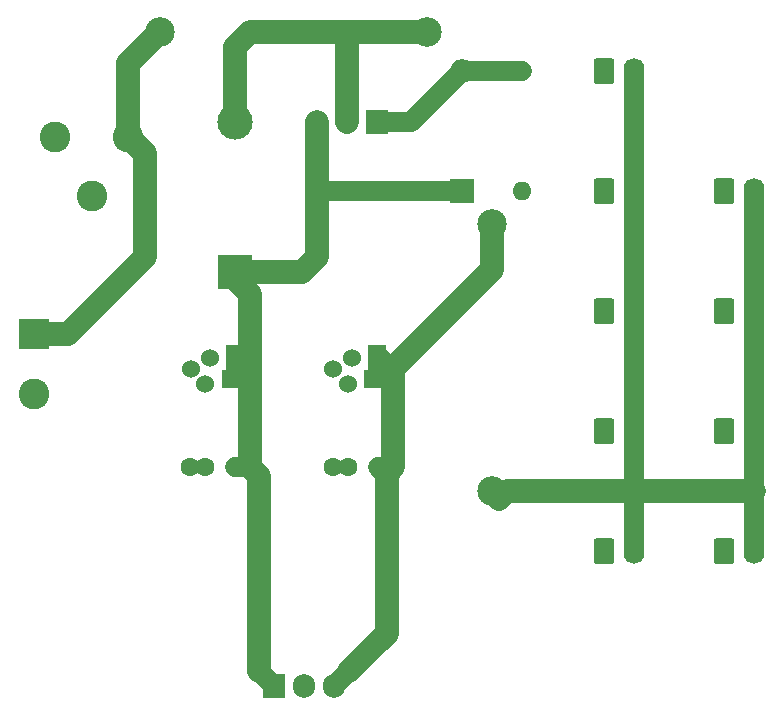
<source format=gbr>
G04 #@! TF.GenerationSoftware,KiCad,Pcbnew,(5.1.7)-1*
G04 #@! TF.CreationDate,2020-12-28T01:12:10+01:00*
G04 #@! TF.ProjectId,power,706f7765-722e-46b6-9963-61645f706362,rev?*
G04 #@! TF.SameCoordinates,Original*
G04 #@! TF.FileFunction,Copper,L1,Top*
G04 #@! TF.FilePolarity,Positive*
%FSLAX46Y46*%
G04 Gerber Fmt 4.6, Leading zero omitted, Abs format (unit mm)*
G04 Created by KiCad (PCBNEW (5.1.7)-1) date 2020-12-28 01:12:10*
%MOMM*%
%LPD*%
G01*
G04 APERTURE LIST*
G04 #@! TA.AperFunction,ComponentPad*
%ADD10O,1.740000X2.190000*%
G04 #@! TD*
G04 #@! TA.AperFunction,ComponentPad*
%ADD11C,1.524000*%
G04 #@! TD*
G04 #@! TA.AperFunction,ComponentPad*
%ADD12R,1.524000X1.524000*%
G04 #@! TD*
G04 #@! TA.AperFunction,ComponentPad*
%ADD13C,2.500000*%
G04 #@! TD*
G04 #@! TA.AperFunction,ComponentPad*
%ADD14O,3.000000X3.000000*%
G04 #@! TD*
G04 #@! TA.AperFunction,ComponentPad*
%ADD15R,3.000000X3.000000*%
G04 #@! TD*
G04 #@! TA.AperFunction,ComponentPad*
%ADD16O,2.000000X2.000000*%
G04 #@! TD*
G04 #@! TA.AperFunction,ComponentPad*
%ADD17R,2.000000X2.000000*%
G04 #@! TD*
G04 #@! TA.AperFunction,ComponentPad*
%ADD18O,1.905000X2.000000*%
G04 #@! TD*
G04 #@! TA.AperFunction,ComponentPad*
%ADD19R,1.905000X2.000000*%
G04 #@! TD*
G04 #@! TA.AperFunction,ComponentPad*
%ADD20O,1.600000X1.600000*%
G04 #@! TD*
G04 #@! TA.AperFunction,ComponentPad*
%ADD21C,1.600000*%
G04 #@! TD*
G04 #@! TA.AperFunction,ComponentPad*
%ADD22C,2.600000*%
G04 #@! TD*
G04 #@! TA.AperFunction,ComponentPad*
%ADD23R,2.600000X2.600000*%
G04 #@! TD*
G04 #@! TA.AperFunction,Conductor*
%ADD24C,2.000000*%
G04 #@! TD*
G04 #@! TA.AperFunction,Conductor*
%ADD25C,1.700000*%
G04 #@! TD*
G04 #@! TA.AperFunction,Conductor*
%ADD26C,0.250000*%
G04 #@! TD*
G04 #@! TA.AperFunction,Conductor*
%ADD27C,1.500000*%
G04 #@! TD*
G04 APERTURE END LIST*
D10*
X94135000Y-77625000D03*
G04 #@! TA.AperFunction,ComponentPad*
G36*
G01*
X90725000Y-78470001D02*
X90725000Y-76779999D01*
G75*
G02*
X90974999Y-76530000I249999J0D01*
G01*
X92215001Y-76530000D01*
G75*
G02*
X92465000Y-76779999I0J-249999D01*
G01*
X92465000Y-78470001D01*
G75*
G02*
X92215001Y-78720000I-249999J0D01*
G01*
X90974999Y-78720000D01*
G75*
G02*
X90725000Y-78470001I0J249999D01*
G01*
G37*
G04 #@! TD.AperFunction*
D11*
X60109100Y-61313100D03*
D12*
X61876900Y-63080900D03*
D11*
X59756000Y-63434000D03*
D12*
X62230000Y-60960000D03*
D11*
X58493000Y-62197000D03*
D12*
X63493000Y-62197000D03*
D11*
X48044100Y-61313100D03*
D12*
X49811900Y-63080900D03*
D11*
X47691000Y-63434000D03*
D12*
X50165000Y-60960000D03*
D11*
X46428000Y-62197000D03*
D12*
X51428000Y-62197000D03*
D13*
X71910000Y-49945000D03*
X71910000Y-72545000D03*
X43815000Y-33655000D03*
X66415000Y-33655000D03*
D14*
X50165000Y-41275000D03*
D15*
X50165000Y-53975000D03*
D16*
X69370000Y-36985000D03*
D17*
X69370000Y-47145000D03*
D10*
X94135000Y-47145000D03*
G04 #@! TA.AperFunction,ComponentPad*
G36*
G01*
X90725000Y-47990001D02*
X90725000Y-46299999D01*
G75*
G02*
X90974999Y-46050000I249999J0D01*
G01*
X92215001Y-46050000D01*
G75*
G02*
X92465000Y-46299999I0J-249999D01*
G01*
X92465000Y-47990001D01*
G75*
G02*
X92215001Y-48240000I-249999J0D01*
G01*
X90974999Y-48240000D01*
G75*
G02*
X90725000Y-47990001I0J249999D01*
G01*
G37*
G04 #@! TD.AperFunction*
X83975000Y-36985000D03*
G04 #@! TA.AperFunction,ComponentPad*
G36*
G01*
X80565000Y-37830001D02*
X80565000Y-36139999D01*
G75*
G02*
X80814999Y-35890000I249999J0D01*
G01*
X82055001Y-35890000D01*
G75*
G02*
X82305000Y-36139999I0J-249999D01*
G01*
X82305000Y-37830001D01*
G75*
G02*
X82055001Y-38080000I-249999J0D01*
G01*
X80814999Y-38080000D01*
G75*
G02*
X80565000Y-37830001I0J249999D01*
G01*
G37*
G04 #@! TD.AperFunction*
X83975000Y-47145000D03*
G04 #@! TA.AperFunction,ComponentPad*
G36*
G01*
X80565000Y-47990001D02*
X80565000Y-46299999D01*
G75*
G02*
X80814999Y-46050000I249999J0D01*
G01*
X82055001Y-46050000D01*
G75*
G02*
X82305000Y-46299999I0J-249999D01*
G01*
X82305000Y-47990001D01*
G75*
G02*
X82055001Y-48240000I-249999J0D01*
G01*
X80814999Y-48240000D01*
G75*
G02*
X80565000Y-47990001I0J249999D01*
G01*
G37*
G04 #@! TD.AperFunction*
X83975000Y-77625000D03*
G04 #@! TA.AperFunction,ComponentPad*
G36*
G01*
X80565000Y-78470001D02*
X80565000Y-76779999D01*
G75*
G02*
X80814999Y-76530000I249999J0D01*
G01*
X82055001Y-76530000D01*
G75*
G02*
X82305000Y-76779999I0J-249999D01*
G01*
X82305000Y-78470001D01*
G75*
G02*
X82055001Y-78720000I-249999J0D01*
G01*
X80814999Y-78720000D01*
G75*
G02*
X80565000Y-78470001I0J249999D01*
G01*
G37*
G04 #@! TD.AperFunction*
X83975000Y-57305000D03*
G04 #@! TA.AperFunction,ComponentPad*
G36*
G01*
X80565000Y-58150001D02*
X80565000Y-56459999D01*
G75*
G02*
X80814999Y-56210000I249999J0D01*
G01*
X82055001Y-56210000D01*
G75*
G02*
X82305000Y-56459999I0J-249999D01*
G01*
X82305000Y-58150001D01*
G75*
G02*
X82055001Y-58400000I-249999J0D01*
G01*
X80814999Y-58400000D01*
G75*
G02*
X80565000Y-58150001I0J249999D01*
G01*
G37*
G04 #@! TD.AperFunction*
X94135000Y-67465000D03*
G04 #@! TA.AperFunction,ComponentPad*
G36*
G01*
X90725000Y-68310001D02*
X90725000Y-66619999D01*
G75*
G02*
X90974999Y-66370000I249999J0D01*
G01*
X92215001Y-66370000D01*
G75*
G02*
X92465000Y-66619999I0J-249999D01*
G01*
X92465000Y-68310001D01*
G75*
G02*
X92215001Y-68560000I-249999J0D01*
G01*
X90974999Y-68560000D01*
G75*
G02*
X90725000Y-68310001I0J249999D01*
G01*
G37*
G04 #@! TD.AperFunction*
X94135000Y-57305000D03*
G04 #@! TA.AperFunction,ComponentPad*
G36*
G01*
X90725000Y-58150001D02*
X90725000Y-56459999D01*
G75*
G02*
X90974999Y-56210000I249999J0D01*
G01*
X92215001Y-56210000D01*
G75*
G02*
X92465000Y-56459999I0J-249999D01*
G01*
X92465000Y-58150001D01*
G75*
G02*
X92215001Y-58400000I-249999J0D01*
G01*
X90974999Y-58400000D01*
G75*
G02*
X90725000Y-58150001I0J249999D01*
G01*
G37*
G04 #@! TD.AperFunction*
X83975000Y-67465000D03*
G04 #@! TA.AperFunction,ComponentPad*
G36*
G01*
X80565000Y-68310001D02*
X80565000Y-66619999D01*
G75*
G02*
X80814999Y-66370000I249999J0D01*
G01*
X82055001Y-66370000D01*
G75*
G02*
X82305000Y-66619999I0J-249999D01*
G01*
X82305000Y-68310001D01*
G75*
G02*
X82055001Y-68560000I-249999J0D01*
G01*
X80814999Y-68560000D01*
G75*
G02*
X80565000Y-68310001I0J249999D01*
G01*
G37*
G04 #@! TD.AperFunction*
D18*
X58575000Y-89055000D03*
X56035000Y-89055000D03*
D19*
X53495000Y-89055000D03*
D20*
X74450000Y-47145000D03*
D21*
X74450000Y-36985000D03*
D18*
X57150000Y-41275000D03*
X59690000Y-41275000D03*
D19*
X62230000Y-41275000D03*
D22*
X33175000Y-64290000D03*
D23*
X33175000Y-59210000D03*
D22*
X41160000Y-42545000D03*
X38060000Y-47545000D03*
X34960000Y-42545000D03*
D21*
X58460000Y-70485000D03*
X63540000Y-70485000D03*
X59730000Y-70485000D03*
X62270000Y-70485000D03*
X46355000Y-70485000D03*
X51435000Y-70485000D03*
X47625000Y-70485000D03*
X50165000Y-70485000D03*
D24*
X55880000Y-53975000D02*
X50165000Y-53975000D01*
X57150000Y-52705000D02*
X55880000Y-53975000D01*
X57150000Y-52070000D02*
X57150000Y-52705000D01*
D25*
X53495000Y-89055000D02*
X52225000Y-87785000D01*
D24*
X52225000Y-71275000D02*
X51435000Y-70485000D01*
X52225000Y-87785000D02*
X52225000Y-71275000D01*
D25*
X50165000Y-70485000D02*
X51435000Y-70485000D01*
D24*
X50165000Y-53975000D02*
X50165000Y-54610000D01*
X51428000Y-55873000D02*
X51428000Y-62197000D01*
X50165000Y-54610000D02*
X51428000Y-55873000D01*
D26*
X49928000Y-61197000D02*
X50165000Y-60960000D01*
D24*
X51435000Y-62204000D02*
X51428000Y-62197000D01*
X51435000Y-70485000D02*
X51435000Y-62204000D01*
D25*
X57305000Y-47145000D02*
X57150000Y-47300000D01*
X69370000Y-47145000D02*
X57305000Y-47145000D01*
D24*
X57150000Y-47300000D02*
X57150000Y-52070000D01*
X57150000Y-41275000D02*
X57150000Y-47300000D01*
D27*
X50191000Y-60960000D02*
X51428000Y-62197000D01*
X50165000Y-60960000D02*
X50191000Y-60960000D01*
X50695800Y-62197000D02*
X49811900Y-63080900D01*
X51428000Y-62197000D02*
X50695800Y-62197000D01*
X50165000Y-62727800D02*
X49811900Y-63080900D01*
X50165000Y-60960000D02*
X50165000Y-62727800D01*
D25*
X65080000Y-41275000D02*
X69370000Y-36985000D01*
X62230000Y-41275000D02*
X65080000Y-41275000D01*
X74450000Y-36985000D02*
X69370000Y-36985000D01*
X94135000Y-67465000D02*
X94135000Y-57305000D01*
X94135000Y-47145000D02*
X94135000Y-57305000D01*
X83975000Y-72545000D02*
X83975000Y-67465000D01*
X83975000Y-57305000D02*
X83975000Y-67465000D01*
X83975000Y-47145000D02*
X83975000Y-57305000D01*
X83975000Y-47145000D02*
X83975000Y-36985000D01*
X94135000Y-70640000D02*
X94135000Y-67465000D01*
X83975000Y-77625000D02*
X83975000Y-72545000D01*
D24*
X71910000Y-72545000D02*
X72545000Y-73180000D01*
X73180000Y-72545000D02*
X94135000Y-72545000D01*
X72545000Y-73180000D02*
X73180000Y-72545000D01*
D25*
X94135000Y-72545000D02*
X94135000Y-70640000D01*
X94135000Y-77625000D02*
X94135000Y-72545000D01*
D24*
X66415000Y-33655000D02*
X62230000Y-33655000D01*
X62230000Y-33655000D02*
X51435000Y-33655000D01*
X50165000Y-34925000D02*
X50165000Y-41275000D01*
X51435000Y-33655000D02*
X50165000Y-34925000D01*
X59690000Y-33655000D02*
X59690000Y-41275000D01*
X71910000Y-53780000D02*
X63493000Y-62197000D01*
X71910000Y-49945000D02*
X71910000Y-53780000D01*
X59845000Y-87785000D02*
X62385000Y-85245000D01*
X62385000Y-85245000D02*
X63020000Y-84610000D01*
X63020000Y-84610000D02*
X63020000Y-71275000D01*
D25*
X62270000Y-70525000D02*
X63020000Y-71275000D01*
X62270000Y-70485000D02*
X62270000Y-70525000D01*
X63540000Y-70755000D02*
X63020000Y-71275000D01*
X63540000Y-70485000D02*
X63540000Y-70755000D01*
D24*
X63540000Y-62244000D02*
X63493000Y-62197000D01*
X63540000Y-70485000D02*
X63540000Y-62244000D01*
D25*
X58575000Y-89055000D02*
X59845000Y-87785000D01*
D27*
X62230000Y-62727800D02*
X61876900Y-63080900D01*
X62230000Y-60960000D02*
X62230000Y-62727800D01*
X62256000Y-60960000D02*
X63493000Y-62197000D01*
X62230000Y-60960000D02*
X62256000Y-60960000D01*
X62609100Y-63080900D02*
X63493000Y-62197000D01*
X61876900Y-63080900D02*
X62609100Y-63080900D01*
D24*
X41245000Y-42545000D02*
X41160000Y-42460000D01*
X42545000Y-43930000D02*
X41160000Y-42545000D01*
X42545000Y-52705000D02*
X42545000Y-43930000D01*
X41160000Y-36310000D02*
X43815000Y-33655000D01*
X41160000Y-42545000D02*
X41160000Y-36310000D01*
X36040000Y-59210000D02*
X42545000Y-52705000D01*
X33175000Y-59210000D02*
X36040000Y-59210000D01*
M02*

</source>
